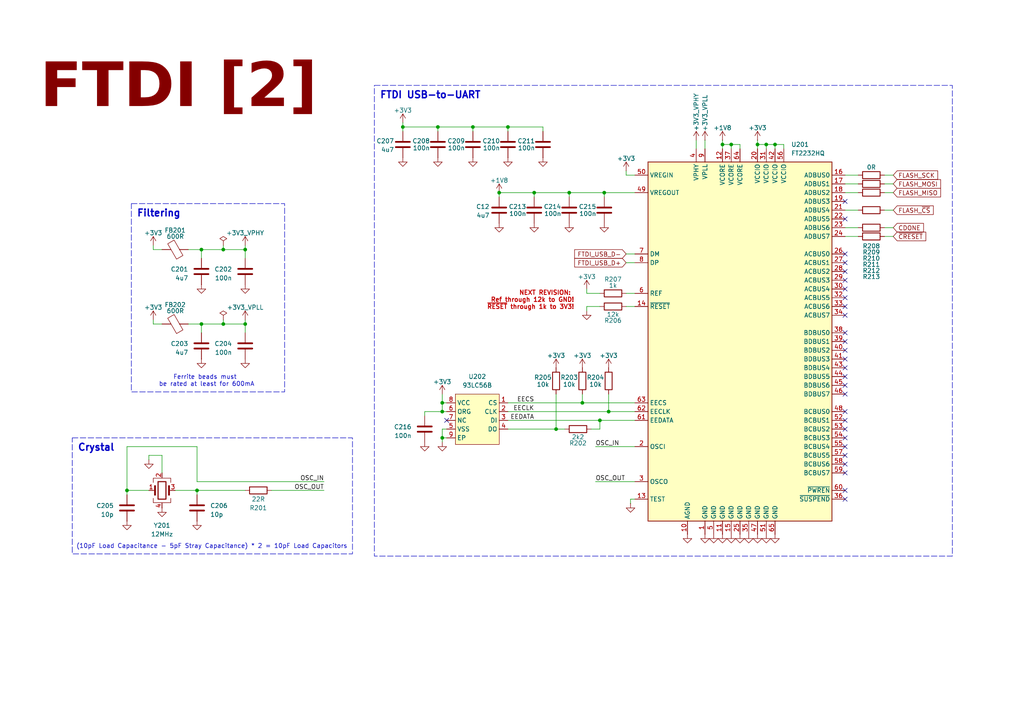
<source format=kicad_sch>
(kicad_sch (version 20250114) (generator "eeschema") (generator_version "9.0")
  (paper "A4")
  (title_block (title "FTDI") (date "2025-12-13") (rev "1.0") (company "Czech Technical University in Prague"))
  (lib_symbols
    (symbol "Custom_VoxLink_Symbols:93LC56B"
      (property "Reference" "U" (at 0 9.652 0))
      (property "Value" "93LC56B" (at 0 7.62 0))
      (symbol "93LC56B_1_1"
        (rectangle (start -6.35 6.35) (end 6.35 -8.255) (fill (type background)))
        (pin power_in line (at -8.89 3.81 0) (length 2.54) (name "VCC") (number "8"))
        (pin input line (at -8.89 1.27 0) (length 2.54) (name "ORG") (number "6"))
        (pin passive line (at -8.89 -1.27 0) (length 2.54) (name "NC") (number "7"))
        (pin power_in line (at -8.89 -3.81 0) (length 2.54) (name "VSS") (number "5"))
        (pin passive line (at -8.89 -6.35 0) (length 2.54) (name "EP") (number "9"))
        (pin input line (at 8.89 3.81 180) (length 2.54) (name "CS") (number "1"))
        (pin input line (at 8.89 1.27 180) (length 2.54) (name "CLK") (number "2"))
        (pin input line (at 8.89 -1.27 180) (length 2.54) (name "DI") (number "3"))
        (pin output line (at 8.89 -3.81 180) (length 2.54) (name "DO") (number "4"))
      )
    )
    (symbol "Device:C" (pin_numbers (hide yes)) (pin_names (offset 0.254))
      (property "Reference" "C" (at 0.635 2.54 0))
      (property "Value" "C" (at 0.635 -2.54 0))
      (symbol "C_0_1"
        (polyline (pts (xy -2.032 0.762) (xy 2.032 0.762)) (stroke (width 0.508)))
        (polyline (pts (xy -2.032 -0.762) (xy 2.032 -0.762)) (stroke (width 0.508)))
      )
      (symbol "C_1_1"
        (pin passive line (at 0 3.81 270) (length 2.794) (name "~") (number "1"))
        (pin passive line (at 0 -3.81 90) (length 2.794) (name "~") (number "2"))
      )
    )
    (symbol "Device:Crystal_GND24" (pin_names (offset 1.016) (hide yes))
      (property "Reference" "Y" (at 3.175 5.08 0))
      (property "Value" "Crystal_GND24" (at 3.175 3.175 0))
      (symbol "Crystal_GND24_0_1"
        (polyline (pts (xy -2.54 2.286) (xy -2.54 3.556) (xy 2.54 3.556) (xy 2.54 2.286)))
        (polyline (pts (xy -2.54 0) (xy -2.032 0)))
        (polyline (pts (xy -2.54 -2.286) (xy -2.54 -3.556) (xy 2.54 -3.556) (xy 2.54 -2.286)))
        (polyline (pts (xy -2.032 -1.27) (xy -2.032 1.27)) (stroke (width 0.508)))
        (rectangle (start -1.143 2.54) (end 1.143 -2.54) (stroke (width 0.3048)))
        (polyline (pts (xy 0 3.556) (xy 0 3.81)))
        (polyline (pts (xy 0 -3.81) (xy 0 -3.556)))
        (polyline (pts (xy 2.032 0) (xy 2.54 0)))
        (polyline (pts (xy 2.032 -1.27) (xy 2.032 1.27)) (stroke (width 0.508)))
      )
      (symbol "Crystal_GND24_1_1"
        (pin passive line (at -3.81 0 0) (length 1.27) (name "1") (number "1"))
        (pin passive line (at 0 5.08 270) (length 1.27) (name "2") (number "2"))
        (pin passive line (at 0 -5.08 90) (length 1.27) (name "4") (number "4"))
        (pin passive line (at 3.81 0 180) (length 1.27) (name "3") (number "3"))
      )
    )
    (symbol "Device:FerriteBead" (pin_numbers (hide yes)) (pin_names (offset 0))
      (property "Reference" "FB" (at -3.81 0.635 90))
      (property "Value" "FerriteBead" (at 3.81 0 90))
      (symbol "FerriteBead_0_1"
        (polyline (pts (xy -2.7686 0.4064) (xy -1.7018 2.2606) (xy 2.7686 -0.3048) (xy 1.6764 -2.159) (xy -2.7686 0.4064)))
        (polyline (pts (xy 0 1.27) (xy 0 1.2954)))
        (polyline (pts (xy 0 -1.27) (xy 0 -1.2192)))
      )
      (symbol "FerriteBead_1_1"
        (pin passive line (at 0 3.81 270) (length 2.54) (name "~") (number "1"))
        (pin passive line (at 0 -3.81 90) (length 2.54) (name "~") (number "2"))
      )
    )
    (symbol "Device:R" (pin_numbers (hide yes)) (pin_names (offset 0))
      (property "Reference" "R" (at 2.032 0 90))
      (property "Value" "R" (at 0 0 90))
      (symbol "R_0_1"
        (rectangle (start -1.016 -2.54) (end 1.016 2.54) (stroke (width 0.254)))
      )
      (symbol "R_1_1"
        (pin passive line (at 0 3.81 270) (length 1.27) (name "~") (number "1"))
        (pin passive line (at 0 -3.81 90) (length 1.27) (name "~") (number "2"))
      )
    )
    (symbol "Interface_USB:FT2232HQ"
      (property "Reference" "U201" (at 14.8433 57.15 0))
      (property "Value" "FT2232HQ" (at 14.8433 54.61 0))
      (symbol "FT2232HQ_0_1"
        (rectangle (start -26.67 -52.07) (end 26.67 52.07) (stroke (width 0.254)) (fill (type background)))
      )
      (symbol "FT2232HQ_1_1"
        (pin power_in line (at -30.48 48.26 0) (length 3.81) (name "VREGIN") (number "50"))
        (pin power_out line (at -30.48 43.18 0) (length 3.81) (name "VREGOUT") (number "49"))
        (pin bidirectional line (at -30.48 25.4 0) (length 3.81) (name "DM") (number "7"))
        (pin bidirectional line (at -30.48 22.86 0) (length 3.81) (name "DP") (number "8"))
        (pin output line (at -30.48 13.97 0) (length 3.81) (name "REF") (number "6"))
        (pin input line (at -30.48 10.16 0) (length 3.81) (name "~{RESET}") (number "14"))
        (pin output line (at -30.48 -17.78 0) (length 3.81) (name "EECS") (number "63"))
        (pin output line (at -30.48 -20.32 0) (length 3.81) (name "EECLK") (number "62"))
        (pin bidirectional line (at -30.48 -22.86 0) (length 3.81) (name "EEDATA") (number "61"))
        (pin input line (at -30.48 -30.48 0) (length 3.81) (name "OSCI") (number "2"))
        (pin output line (at -30.48 -40.64 0) (length 3.81) (name "OSCO") (number "3"))
        (pin input line (at -30.48 -45.72 0) (length 3.81) (name "TEST") (number "13"))
        (pin power_in line (at -15.24 -55.88 90) (length 3.81) (name "AGND") (number "10"))
        (pin power_in line (at -12.7 55.88 270) (length 3.81) (name "VPHY") (number "4"))
        (pin input line (at -10.16 55.88 270) (length 3.81) (name "VPLL") (number "9"))
        (pin power_in line (at -10.16 -55.88 90) (length 3.81) (name "GND") (number "1"))
        (pin power_in line (at -7.62 -55.88 90) (length 3.81) (name "GND") (number "5"))
        (pin power_in line (at -5.08 55.88 270) (length 3.81) (name "VCORE") (number "12"))
        (pin power_in line (at -5.08 -55.88 90) (length 3.81) (name "GND") (number "11"))
        (pin power_in line (at -2.54 55.88 270) (length 3.81) (name "VCORE") (number "37"))
        (pin power_in line (at -2.54 -55.88 90) (length 3.81) (name "GND") (number "15"))
        (pin power_in line (at 0 55.88 270) (length 3.81) (name "VCORE") (number "64"))
        (pin power_in line (at 0 -55.88 90) (length 3.81) (name "GND") (number "25"))
        (pin power_in line (at 2.54 -55.88 90) (length 3.81) (name "GND") (number "35"))
        (pin power_in line (at 5.08 55.88 270) (length 3.81) (name "VCCIO") (number "20"))
        (pin power_in line (at 5.08 -55.88 90) (length 3.81) (name "GND") (number "47"))
        (pin power_in line (at 7.62 55.88 270) (length 3.81) (name "VCCIO") (number "31"))
        (pin power_in line (at 7.62 -55.88 90) (length 3.81) (name "GND") (number "51"))
        (pin power_in line (at 10.16 55.88 270) (length 3.81) (name "VCCIO") (number "42"))
        (pin power_in line (at 10.16 -55.88 90) (length 3.81) (name "GND") (number "65"))
        (pin power_in line (at 12.7 55.88 270) (length 3.81) (name "VCCIO") (number "56"))
        (pin bidirectional line (at 30.48 48.26 180) (length 3.81) (name "ADBUS0") (number "16"))
        (pin bidirectional line (at 30.48 45.72 180) (length 3.81) (name "ADBUS1") (number "17"))
        (pin bidirectional line (at 30.48 43.18 180) (length 3.81) (name "ADBUS2") (number "18"))
        (pin bidirectional line (at 30.48 40.64 180) (length 3.81) (name "ADBUS3") (number "19"))
        (pin bidirectional line (at 30.48 38.1 180) (length 3.81) (name "ADBUS4") (number "21"))
        (pin bidirectional line (at 30.48 35.56 180) (length 3.81) (name "ADBUS5") (number "22"))
        (pin bidirectional line (at 30.48 33.02 180) (length 3.81) (name "ADBUS6") (number "23"))
        (pin bidirectional line (at 30.48 30.48 180) (length 3.81) (name "ADBUS7") (number "24"))
        (pin bidirectional line (at 30.48 25.4 180) (length 3.81) (name "ACBUS0") (number "26"))
        (pin bidirectional line (at 30.48 22.86 180) (length 3.81) (name "ACBUS1") (number "27"))
        (pin bidirectional line (at 30.48 20.32 180) (length 3.81) (name "ACBUS2") (number "28"))
        (pin bidirectional line (at 30.48 17.78 180) (length 3.81) (name "ACBUS3") (number "29"))
        (pin bidirectional line (at 30.48 15.24 180) (length 3.81) (name "ACBUS4") (number "30"))
        (pin bidirectional line (at 30.48 12.7 180) (length 3.81) (name "ACBUS5") (number "32"))
        (pin bidirectional line (at 30.48 10.16 180) (length 3.81) (name "ACBUS6") (number "33"))
        (pin bidirectional line (at 30.48 7.62 180) (length 3.81) (name "ACBUS7") (number "34"))
        (pin bidirectional line (at 30.48 2.54 180) (length 3.81) (name "BDBUS0") (number "38"))
        (pin bidirectional line (at 30.48 0 180) (length 3.81) (name "BDBUS1") (number "39"))
        (pin bidirectional line (at 30.48 -2.54 180) (length 3.81) (name "BDBUS2") (number "40"))
        (pin bidirectional line (at 30.48 -5.08 180) (length 3.81) (name "BDBUS3") (number "41"))
        (pin bidirectional line (at 30.48 -7.62 180) (length 3.81) (name "BDBUS4") (number "43"))
        (pin bidirectional line (at 30.48 -10.16 180) (length 3.81) (name "BDBUS5") (number "44"))
        (pin bidirectional line (at 30.48 -12.7 180) (length 3.81) (name "BDBUS6") (number "45"))
        (pin bidirectional line (at 30.48 -15.24 180) (length 3.81) (name "BDBUS7") (number "46"))
        (pin bidirectional line (at 30.48 -20.32 180) (length 3.81) (name "BCBUS0") (number "48"))
        (pin bidirectional line (at 30.48 -22.86 180) (length 3.81) (name "BCBUS1") (number "52"))
        (pin bidirectional line (at 30.48 -25.4 180) (length 3.81) (name "BCBUS2") (number "53"))
        (pin bidirectional line (at 30.48 -27.94 180) (length 3.81) (name "BCBUS3") (number "54"))
        (pin bidirectional line (at 30.48 -30.48 180) (length 3.81) (name "BCBUS4") (number "55"))
        (pin bidirectional line (at 30.48 -33.02 180) (length 3.81) (name "BCBUS5") (number "57"))
        (pin bidirectional line (at 30.48 -35.56 180) (length 3.81) (name "BCBUS6") (number "58"))
        (pin bidirectional line (at 30.48 -38.1 180) (length 3.81) (name "BCBUS7") (number "59"))
        (pin output line (at 30.48 -43.18 180) (length 3.81) (name "~{PWREN}") (number "60"))
        (pin output line (at 30.48 -45.72 180) (length 3.81) (name "~{SUSPEND}") (number "36"))
      )
    )
    (symbol "power:+1V8" (power) (pin_numbers (hide yes)) (pin_names (offset 0) (hide yes))
      (property "Value" "+1V8" (at 0 3.556 0))
      (symbol "+1V8_0_1"
        (polyline (pts (xy -0.762 1.27) (xy 0 2.54)))
        (polyline (pts (xy 0 2.54) (xy 0.762 1.27)))
        (polyline (pts (xy 0 0) (xy 0 2.54)))
      )
      (symbol "+1V8_1_1"
        (pin power_in line (at 0 0 90) (length 0) (name "~") (number "1"))
      )
    )
    (symbol "power:+3V3" (power) (pin_numbers (hide yes)) (pin_names (offset 0) (hide yes))
      (property "Value" "+3V3" (at 0 3.556 0))
      (symbol "+3V3_0_1"
        (polyline (pts (xy -0.762 1.27) (xy 0 2.54)))
        (polyline (pts (xy 0 2.54) (xy 0.762 1.27)))
        (polyline (pts (xy 0 0) (xy 0 2.54)))
      )
      (symbol "+3V3_1_1"
        (pin power_in line (at 0 0 90) (length 0) (name "~") (number "1"))
      )
    )
    (symbol "power:GND" (power) (pin_numbers (hide yes)) (pin_names (offset 0) (hide yes))
      (property "Value" "GND" (at 0 -3.81 0))
      (symbol "GND_0_1"
        (polyline (pts (xy 0 0) (xy 0 -1.27) (xy 1.27 -1.27) (xy 0 -2.54) (xy -1.27 -1.27) (xy 0 -1.27)))
      )
      (symbol "GND_1_1"
        (pin power_in line (at 0 0 270) (length 0) (name "~") (number "1"))
      )
    )
    (symbol "power:PWR_FLAG" (power) (pin_numbers (hide yes)) (pin_names (offset 0) (hide yes))
      (property "Value" "PWR_FLAG" (at 0 3.81 0))
      (symbol "PWR_FLAG_0_0"
        (pin power_out line (at 0 0 90) (length 0) (name "~") (number "1"))
      )
      (symbol "PWR_FLAG_0_1"
        (polyline (pts (xy 0 0) (xy 0 1.27) (xy -1.016 1.905) (xy 0 2.54) (xy 1.016 1.905) (xy 0 1.27)))
      )
    )
  )
  (text "NEXT REVISION: \nRef through 12k to GND!\n~{RESET} through 1k to 3V3!" (at 166.624 87.122 0) (effects (font (size 1.27 1.27) (thickness 0.254) (bold yes)) (justify right)))
  (text "(10pF Load Capacitance - 5pF Stray Capacitance) * 2 = 10pF Load Capacitors" (at 22.098 159.258 0) (effects (font (size 1.27 1.27)) (justify left bottom)))
  (text "FTDI [2]" (at 51.816 28.956 0) (effects (font (size 12.7 12.7) (thickness 0.762) (bold yes))))
  (text "Ferrite beads must \nbe rated at least for 600mA" (at 59.944 110.49 0) (effects (font (size 1.27 1.27))))
  (text_box "Crystal" (at 20.955 127 0) (size 81.28 33.655) (margins 1.5 1.5 1.5 1.5) (stroke (width 0) (type dash)) (effects (font (size 2 2) (thickness 0.4) (bold yes)) (justify left top)))
  (text_box "Filtering" (at 38.1 59.055 0) (size 44.45 54.61) (margins 1.5 1.5 1.5 1.5) (stroke (width 0) (type dash)) (effects (font (size 2 2) (thickness 0.4) (bold yes)) (justify left top)))
  (text_box "FTDI USB-to-UART" (at 108.585 24.765 0) (size 167.64 136.525) (margins 1.5 1.5 1.5 1.5) (stroke (width 0) (type dash)) (effects (font (size 2 2) (thickness 0.4) (bold yes)) (justify left top)))
  (junction (at 57.15 142.24))
  (junction (at 168.91 116.84))
  (junction (at 128.27 127))
  (junction (at 116.84 36.83))
  (junction (at 128.27 119.38))
  (junction (at 165.1 55.88))
  (junction (at 64.77 72.39))
  (junction (at 154.94 55.88))
  (junction (at 127 36.83))
  (junction (at 147.32 36.83))
  (junction (at 71.12 93.98))
  (junction (at 144.78 55.88))
  (junction (at 161.29 124.46))
  (junction (at 58.42 72.39))
  (junction (at 71.12 72.39))
  (junction (at 137.16 36.83))
  (junction (at 209.55 41.91))
  (junction (at 175.26 55.88))
  (junction (at 222.25 41.91))
  (junction (at 64.77 93.98))
  (junction (at 36.83 142.24))
  (junction (at 128.27 116.84))
  (junction (at 173.99 121.92))
  (junction (at 176.53 119.38))
  (junction (at 219.71 41.91))
  (junction (at 224.79 41.91))
  (junction (at 58.42 93.98))
  (junction (at 212.09 41.91))
  (no_connect (at 245.11 78.74))
  (no_connect (at 245.11 106.68))
  (no_connect (at 245.11 81.28))
  (no_connect (at 245.11 58.42))
  (no_connect (at 245.11 124.46))
  (no_connect (at 245.11 76.2))
  (no_connect (at 245.11 96.52))
  (no_connect (at 245.11 127))
  (no_connect (at 245.11 91.44))
  (no_connect (at 245.11 104.14))
  (no_connect (at 245.11 119.38))
  (no_connect (at 245.11 86.36))
  (no_connect (at 245.11 73.66))
  (no_connect (at 245.11 114.3))
  (no_connect (at 245.11 129.54))
  (no_connect (at 245.11 88.9))
  (no_connect (at 245.11 101.6))
  (no_connect (at 245.11 111.76))
  (no_connect (at 245.11 142.24))
  (no_connect (at 129.54 121.92))
  (no_connect (at 245.11 137.16))
  (no_connect (at 245.11 144.78))
  (no_connect (at 245.11 121.92))
  (no_connect (at 245.11 99.06))
  (no_connect (at 245.11 132.08))
  (no_connect (at 245.11 109.22))
  (no_connect (at 245.11 83.82))
  (no_connect (at 245.11 63.5))
  (no_connect (at 245.11 134.62))
  (wire (pts (xy 172.72 129.54) (xy 184.15 129.54)))
  (wire (pts (xy 116.84 36.83) (xy 116.84 38.1)))
  (wire (pts (xy 129.54 119.38) (xy 128.27 119.38)))
  (wire (pts (xy 219.71 41.91) (xy 222.25 41.91)))
  (wire (pts (xy 50.8 142.24) (xy 57.15 142.24)))
  (wire (pts (xy 58.42 72.39) (xy 58.42 74.93)))
  (wire (pts (xy 172.72 139.7) (xy 184.15 139.7)))
  (wire (pts (xy 181.61 85.09) (xy 184.15 85.09)))
  (wire (pts (xy 44.45 93.98) (xy 46.99 93.98)))
  (wire (pts (xy 245.11 60.96) (xy 248.92 60.96)))
  (wire (pts (xy 245.11 66.04) (xy 248.92 66.04)))
  (wire (pts (xy 147.32 119.38) (xy 176.53 119.38)))
  (wire (pts (xy 64.77 92.71) (xy 64.77 93.98)))
  (wire (pts (xy 165.1 55.88) (xy 165.1 57.15)))
  (wire (pts (xy 57.15 142.24) (xy 57.15 143.51)))
  (wire (pts (xy 147.32 36.83) (xy 157.48 36.83)))
  (wire (pts (xy 43.18 132.08) (xy 43.18 133.35)))
  (wire (pts (xy 46.99 132.08) (xy 43.18 132.08)))
  (wire (pts (xy 209.55 41.91) (xy 212.09 41.91)))
  (wire (pts (xy 137.16 36.83) (xy 147.32 36.83)))
  (wire (pts (xy 147.32 36.83) (xy 147.32 38.1)))
  (wire (pts (xy 227.33 43.18) (xy 227.33 41.91)))
  (wire (pts (xy 147.32 124.46) (xy 161.29 124.46)))
  (wire (pts (xy 128.27 119.38) (xy 128.27 116.84)))
  (wire (pts (xy 128.27 127) (xy 129.54 127)))
  (wire (pts (xy 184.15 144.78) (xy 182.88 144.78)))
  (wire (pts (xy 219.71 41.91) (xy 219.71 43.18)))
  (wire (pts (xy 58.42 93.98) (xy 58.42 96.52)))
  (wire (pts (xy 256.54 66.04) (xy 259.08 66.04)))
  (wire (pts (xy 161.29 114.3) (xy 161.29 124.46)))
  (wire (pts (xy 222.25 43.18) (xy 222.25 41.91)))
  (wire (pts (xy 58.42 72.39) (xy 64.77 72.39)))
  (wire (pts (xy 64.77 72.39) (xy 71.12 72.39)))
  (wire (pts (xy 116.84 36.83) (xy 127 36.83)))
  (wire (pts (xy 36.83 129.54) (xy 36.83 142.24)))
  (wire (pts (xy 212.09 41.91) (xy 212.09 43.18)))
  (wire (pts (xy 44.45 72.39) (xy 46.99 72.39)))
  (wire (pts (xy 256.54 68.58) (xy 259.08 68.58)))
  (wire (pts (xy 54.61 93.98) (xy 58.42 93.98)))
  (wire (pts (xy 44.45 72.39) (xy 44.45 71.12)))
  (wire (pts (xy 57.15 139.7) (xy 57.15 129.54)))
  (wire (pts (xy 144.78 55.88) (xy 144.78 57.15)))
  (wire (pts (xy 123.19 119.38) (xy 128.27 119.38)))
  (wire (pts (xy 157.48 36.83) (xy 157.48 38.1)))
  (wire (pts (xy 170.18 83.82) (xy 170.18 85.09)))
  (wire (pts (xy 181.61 73.66) (xy 184.15 73.66)))
  (wire (pts (xy 256.54 60.96) (xy 259.08 60.96)))
  (wire (pts (xy 78.74 142.24) (xy 93.98 142.24)))
  (wire (pts (xy 173.99 124.46) (xy 173.99 121.92)))
  (wire (pts (xy 36.83 142.24) (xy 36.83 143.51)))
  (wire (pts (xy 204.47 40.64) (xy 204.47 43.18)))
  (wire (pts (xy 116.84 35.56) (xy 116.84 36.83)))
  (wire (pts (xy 44.45 93.98) (xy 44.45 92.71)))
  (wire (pts (xy 173.99 88.9) (xy 170.18 88.9)))
  (wire (pts (xy 170.18 88.9) (xy 170.18 90.17)))
  (wire (pts (xy 175.26 55.88) (xy 175.26 57.15)))
  (wire (pts (xy 219.71 40.64) (xy 219.71 41.91)))
  (wire (pts (xy 170.18 85.09) (xy 173.99 85.09)))
  (wire (pts (xy 245.11 53.34) (xy 248.92 53.34)))
  (wire (pts (xy 128.27 124.46) (xy 129.54 124.46)))
  (wire (pts (xy 168.91 116.84) (xy 184.15 116.84)))
  (wire (pts (xy 71.12 72.39) (xy 71.12 74.93)))
  (wire (pts (xy 71.12 93.98) (xy 71.12 96.52)))
  (wire (pts (xy 224.79 43.18) (xy 224.79 41.91)))
  (wire (pts (xy 127 36.83) (xy 137.16 36.83)))
  (wire (pts (xy 71.12 71.12) (xy 71.12 72.39)))
  (wire (pts (xy 212.09 41.91) (xy 214.63 41.91)))
  (wire (pts (xy 176.53 119.38) (xy 184.15 119.38)))
  (wire (pts (xy 256.54 55.88) (xy 259.08 55.88)))
  (wire (pts (xy 57.15 129.54) (xy 36.83 129.54)))
  (wire (pts (xy 128.27 127) (xy 128.27 124.46)))
  (wire (pts (xy 128.27 116.84) (xy 129.54 116.84)))
  (wire (pts (xy 147.32 116.84) (xy 168.91 116.84)))
  (wire (pts (xy 181.61 50.8) (xy 184.15 50.8)))
  (wire (pts (xy 245.11 68.58) (xy 248.92 68.58)))
  (wire (pts (xy 127 38.1) (xy 127 36.83)))
  (wire (pts (xy 144.78 55.88) (xy 154.94 55.88)))
  (wire (pts (xy 209.55 41.91) (xy 209.55 43.18)))
  (wire (pts (xy 46.99 137.16) (xy 46.99 132.08)))
  (wire (pts (xy 64.77 93.98) (xy 71.12 93.98)))
  (wire (pts (xy 64.77 71.12) (xy 64.77 72.39)))
  (wire (pts (xy 224.79 41.91) (xy 222.25 41.91)))
  (wire (pts (xy 173.99 121.92) (xy 184.15 121.92)))
  (wire (pts (xy 123.19 119.38) (xy 123.19 120.65)))
  (wire (pts (xy 175.26 55.88) (xy 184.15 55.88)))
  (wire (pts (xy 201.93 40.64) (xy 201.93 43.18)))
  (wire (pts (xy 171.45 124.46) (xy 173.99 124.46)))
  (wire (pts (xy 154.94 55.88) (xy 165.1 55.88)))
  (wire (pts (xy 181.61 88.9) (xy 184.15 88.9)))
  (wire (pts (xy 181.61 49.53) (xy 181.61 50.8)))
  (wire (pts (xy 181.61 76.2) (xy 184.15 76.2)))
  (wire (pts (xy 43.18 142.24) (xy 36.83 142.24)))
  (wire (pts (xy 245.11 50.8) (xy 248.92 50.8)))
  (wire (pts (xy 245.11 55.88) (xy 248.92 55.88)))
  (wire (pts (xy 182.88 144.78) (xy 182.88 146.05)))
  (wire (pts (xy 161.29 124.46) (xy 163.83 124.46)))
  (wire (pts (xy 71.12 142.24) (xy 57.15 142.24)))
  (wire (pts (xy 57.15 139.7) (xy 93.98 139.7)))
  (wire (pts (xy 137.16 36.83) (xy 137.16 38.1)))
  (wire (pts (xy 165.1 55.88) (xy 175.26 55.88)))
  (wire (pts (xy 154.94 55.88) (xy 154.94 57.15)))
  (wire (pts (xy 128.27 114.3) (xy 128.27 116.84)))
  (wire (pts (xy 168.91 114.3) (xy 168.91 116.84)))
  (wire (pts (xy 214.63 43.18) (xy 214.63 41.91)))
  (wire (pts (xy 256.54 53.34) (xy 259.08 53.34)))
  (wire (pts (xy 256.54 50.8) (xy 259.08 50.8)))
  (wire (pts (xy 54.61 72.39) (xy 58.42 72.39)))
  (wire (pts (xy 209.55 40.64) (xy 209.55 41.91)))
  (wire (pts (xy 58.42 93.98) (xy 64.77 93.98)))
  (wire (pts (xy 71.12 92.71) (xy 71.12 93.98)))
  (wire (pts (xy 147.32 121.92) (xy 173.99 121.92)))
  (wire (pts (xy 176.53 114.3) (xy 176.53 119.38)))
  (wire (pts (xy 128.27 128.27) (xy 128.27 127)))
  (wire (pts (xy 227.33 41.91) (xy 224.79 41.91)))
  (label "OSC_OUT" (at 93.98 142.24 180))
  (label "EECLK" (at 154.94 119.38 180))
  (label "OSC_OUT" (at 172.72 139.7 0))
  (label "OSC_IN" (at 93.98 139.7 180))
  (label "EECS" (at 154.94 116.84 180))
  (label "OSC_IN" (at 172.72 129.54 0))
  (label "EEDATA" (at 154.94 121.92 180))
  (global_label "FTDI_USB_D-" (shape input) (at 181.61 73.66 180) (property "Intersheetrefs" "${INTERSHEET_REFS}" (effects (hide yes))))
  (global_label "FLASH_MISO" (shape input) (at 259.08 55.88 0) (property "Intersheetrefs" "${INTERSHEET_REFS}" (effects (hide yes))))
  (global_label "FTDI_USB_D+" (shape input) (at 181.61 76.2 180) (property "Intersheetrefs" "${INTERSHEET_REFS}" (effects (hide yes))))
  (global_label "CDONE" (shape input) (at 259.08 66.04 0) (property "Intersheetrefs" "${INTERSHEET_REFS}" (effects (hide yes))))
  (global_label "~{CRESET}" (shape input) (at 259.08 68.58 0) (property "Intersheetrefs" "${INTERSHEET_REFS}" (effects (hide yes))))
  (global_label "FLASH_MOSI" (shape input) (at 259.08 53.34 0) (property "Intersheetrefs" "${INTERSHEET_REFS}" (effects (hide yes))))
  (global_label "FLASH_~{CS}" (shape input) (at 259.08 60.96 0) (property "Intersheetrefs" "${INTERSHEET_REFS}" (effects (hide yes))))
  (global_label "FLASH_SCK" (shape input) (at 259.08 50.8 0) (property "Intersheetrefs" "${INTERSHEET_REFS}" (effects (hide yes))))
  (symbol (lib_id "power:GND") (at 43.18 133.35 0) (unit 1)
    (property "Reference" "#PWR054" (effects (hide yes)))
    (property "Value" "GND" (effects (hide yes)))
  )
  (symbol (lib_id "power:GND") (at 157.48 45.72 0) (mirror y) (unit 1)
    (property "Reference" "#PWR015" (effects (hide yes)))
    (property "Value" "GND" (effects (hide yes)))
  )
  (symbol (lib_id "power:GND") (at 209.55 154.94 0) (mirror y) (unit 1)
    (property "Reference" "#PWR092" (effects (hide yes)))
    (property "Value" "GND" (effects (hide yes)))
  )
  (symbol (lib_id "power:+3V3") (at 219.71 40.64 0) (unit 1)
    (property "Reference" "#PWR061" (effects (hide yes)))
    (property "Value" "+3V3" (at 219.71 37.084 0))
    (property "Description" "Power symbol creates a global label with name \"+3V3\"" (effects (hide yes)))
  )
  (symbol (lib_id "power:+1V8") (at 204.47 40.64 0) (unit 1)
    (property "Reference" "#PWR059" (effects (hide yes)))
    (property "Value" "+3V3_VPLL" (at 204.47 32.766 90))
    (property "Description" "Power symbol creates a global label with name \"+1V8\"" (effects (hide yes)))
  )
  (symbol (lib_id "Device:C") (at 116.84 41.91 0) (mirror y) (unit 1)
    (property "Reference" "C207" (at 114.3 40.894 0) (effects (justify left)))
    (property "Value" "4u7" (at 114.3 43.434 0) (effects (justify left)))
    (property "Footprint" "Capacitor_SMD:C_0402_1005Metric" (effects (hide yes)))
    (property "Datasheet" "https://www.mouser.sk/ProductDetail/81-GCM155R71H104KE2J" (effects (hide yes)))
  )
  (symbol (lib_id "power:GND") (at 71.12 82.55 0) (mirror y) (unit 1)
    (property "Reference" "#PWR069" (effects (hide yes)))
    (property "Value" "GND" (effects (hide yes)))
  )
  (symbol (lib_id "Device:FerriteBead") (at 50.8 93.98 270) (mirror x) (unit 1)
    (property "Reference" "FB202" (at 50.8 88.392 90))
    (property "Value" "600R" (at 50.8508 90.17 90))
    (property "Footprint" "Inductor_SMD:L_0402_1005Metric" (effects (hide yes)))
    (property "Datasheet" "https://www.mouser.sk/ProductDetail/Murata-Electronics/BLM15PX601SN1D?qs=sGAEpiMZZMt1hubY80%2Fs8DU70LZAMVg8Qg2Rdjo%252BhcA%3D" (effects (hide yes)))
  )
  (symbol (lib_id "power:GND") (at 217.17 154.94 0) (mirror y) (unit 1)
    (property "Reference" "#PWR095" (effects (hide yes)))
    (property "Value" "GND" (effects (hide yes)))
  )
  (symbol (lib_id "power:PWR_FLAG") (at 64.77 71.12 0) (unit 1)
    (property "Reference" "#FLG01" (effects (hide yes)))
    (property "Value" "PWR_FLAG" (effects (hide yes)))
    (property "Description" "Special symbol for telling ERC where power comes from" (effects (hide yes)))
  )
  (symbol (lib_id "power:+3V3") (at 168.91 106.68 0) (unit 1)
    (property "Reference" "#PWR078" (effects (hide yes)))
    (property "Value" "+3V3" (at 168.91 103.124 0))
    (property "Description" "Power symbol creates a global label with name \"+3V3\"" (effects (hide yes)))
  )
  (symbol (lib_id "power:+1V8") (at 71.12 71.12 0) (unit 1)
    (property "Reference" "#PWR065" (effects (hide yes)))
    (property "Value" "+3V3_VPHY" (at 71.12 67.564 0))
    (property "Description" "Power symbol creates a global label with name \"+1V8\"" (effects (hide yes)))
  )
  (symbol (lib_id "power:GND") (at 204.47 154.94 0) (mirror y) (unit 1)
    (property "Reference" "#PWR090" (effects (hide yes)))
    (property "Value" "GND" (effects (hide yes)))
  )
  (symbol (lib_id "power:GND") (at 127 45.72 0) (mirror y) (unit 1)
    (property "Reference" "#PWR012" (effects (hide yes)))
    (property "Value" "GND" (effects (hide yes)))
  )
  (symbol (lib_id "Device:C") (at 71.12 78.74 0) (mirror y) (unit 1)
    (property "Reference" "C202" (at 67.31 78.105 0) (effects (justify left)))
    (property "Value" "100n" (at 67.31 80.645 0) (effects (justify left)))
    (property "Footprint" "Capacitor_SMD:C_0402_1005Metric" (effects (hide yes)))
    (property "Datasheet" "https://www.mouser.sk/ProductDetail/81-GCM155R71H104KE2J" (effects (hide yes)))
  )
  (symbol (lib_id "power:+3V3") (at 170.18 83.82 0) (unit 1)
    (property "Reference" "#PWR070" (effects (hide yes)))
    (property "Value" "+3V3" (at 170.18 80.264 0))
    (property "Description" "Power symbol creates a global label with name \"+3V3\"" (effects (hide yes)))
  )
  (symbol (lib_id "Device:R") (at 176.53 110.49 180) (unit 1)
    (property "Reference" "R204" (at 172.72 109.474 0))
    (property "Value" "10k" (at 172.72 111.506 0))
    (property "Footprint" "Resistor_SMD:R_0402_1005Metric" (effects (hide yes)))
    (property "Datasheet" "https://eu.mouser.com/ProductDetail/Vishay/CRCW040210K0JNED?qs=sGAEpiMZZMtG0KNrPCHnjUwx9ESGNTAnnCCq9JuqlVI%3D" (effects (hide yes)))
    (property "Description" "Resistor" (effects (hide yes)))
  )
  (symbol (lib_id "Device:R") (at 252.73 55.88 90) (unit 1)
    (property "Reference" "R210" (at 252.73 74.93 90))
    (property "Value" "R" (effects (hide yes)))
    (property "Footprint" "Resistor_SMD:R_0402_1005Metric" (effects (hide yes)))
    (property "Datasheet" "https://eu.mouser.com/ProductDetail/Vishay/CRCW04020000Z0ED?qs=OlqPY1Ciranv3qgeAHCodg%3D%3D" (effects (hide yes)))
    (property "Description" "Resistor" (effects (hide yes)))
  )
  (symbol (lib_id "Device:R") (at 252.73 68.58 90) (unit 1)
    (property "Reference" "R213" (at 252.73 80.264 90))
    (property "Value" "R" (effects (hide yes)))
    (property "Footprint" "Resistor_SMD:R_0402_1005Metric" (effects (hide yes)))
    (property "Datasheet" "https://eu.mouser.com/ProductDetail/Vishay/CRCW04020000Z0ED?qs=OlqPY1Ciranv3qgeAHCodg%3D%3D" (effects (hide yes)))
    (property "Description" "Resistor" (effects (hide yes)))
  )
  (symbol (lib_id "power:GND") (at 144.78 64.77 0) (mirror y) (unit 1)
    (property "Reference" "#PWR028" (effects (hide yes)))
    (property "Value" "GND" (effects (hide yes)))
  )
  (symbol (lib_id "Device:R") (at 161.29 110.49 180) (unit 1)
    (property "Reference" "R205" (at 157.48 109.474 0))
    (property "Value" "10k" (at 157.48 111.506 0))
    (property "Footprint" "Resistor_SMD:R_0402_1005Metric" (effects (hide yes)))
    (property "Datasheet" "https://eu.mouser.com/ProductDetail/Vishay/CRCW040210K0JNED?qs=sGAEpiMZZMtG0KNrPCHnjUwx9ESGNTAnnCCq9JuqlVI%3D" (effects (hide yes)))
    (property "Description" "Resistor" (effects (hide yes)))
  )
  (symbol (lib_id "power:GND") (at 147.32 45.72 0) (mirror y) (unit 1)
    (property "Reference" "#PWR014" (effects (hide yes)))
    (property "Value" "GND" (effects (hide yes)))
  )
  (symbol (lib_id "Interface_USB:FT2232HQ") (at 214.63 99.06 0) (unit 1)
    (property "Reference" "U201" (at 229.4733 41.91 0) (effects (justify left)))
    (property "Value" "FT2232HQ" (at 229.4733 44.45 0) (effects (justify left)))
    (property "Footprint" "Package_DFN_QFN:QFN-64-1EP_9x9mm_P0.5mm_EP4.35x4.35mm" (effects (hide yes)))
    (property "Datasheet" "https://www.ftdichip.com/Support/Documents/DataSheets/ICs/DS_FT2232H.pdf" (effects (hide yes)))
    (property "Description" "Hi Speed Double Channel USB UART/FIFO, QFN-64" (effects (hide yes)))
  )
  (symbol (lib_id "power:PWR_FLAG") (at 64.77 92.71 0) (unit 1)
    (property "Reference" "#FLG02" (effects (hide yes)))
    (property "Value" "PWR_FLAG" (effects (hide yes)))
    (property "Description" "Special symbol for telling ERC where power comes from" (effects (hide yes)))
  )
  (symbol (lib_id "power:+3V3") (at 176.53 106.68 0) (unit 1)
    (property "Reference" "#PWR079" (effects (hide yes)))
    (property "Value" "+3V3" (at 176.53 103.124 0))
    (property "Description" "Power symbol creates a global label with name \"+3V3\"" (effects (hide yes)))
  )
  (symbol (lib_id "power:+3V3") (at 44.45 92.71 0) (unit 1)
    (property "Reference" "#PWR071" (effects (hide yes)))
    (property "Value" "+3V3" (at 44.45 89.154 0))
    (property "Description" "Power symbol creates a global label with name \"+3V3\"" (effects (hide yes)))
  )
  (symbol (lib_id "power:+1V8") (at 71.12 92.71 0) (unit 1)
    (property "Reference" "#PWR072" (effects (hide yes)))
    (property "Value" "+3V3_VPLL" (at 71.12 89.154 0))
    (property "Description" "Power symbol creates a global label with name \"+1V8\"" (effects (hide yes)))
  )
  (symbol (lib_id "power:GND") (at 212.09 154.94 0) (mirror y) (unit 1)
    (property "Reference" "#PWR093" (effects (hide yes)))
    (property "Value" "GND" (effects (hide yes)))
  )
  (symbol (lib_id "power:GND") (at 175.26 64.77 0) (mirror y) (unit 1)
    (property "Reference" "#PWR029" (effects (hide yes)))
    (property "Value" "GND" (effects (hide yes)))
  )
  (symbol (lib_id "power:GND") (at 170.18 90.17 0) (mirror y) (unit 1)
    (property "Reference" "#PWR073" (effects (hide yes)))
    (property "Value" "GND" (effects (hide yes)))
  )
  (symbol (lib_id "Device:R") (at 167.64 124.46 90) (mirror x) (unit 1)
    (property "Reference" "R202" (at 167.64 128.524 90))
    (property "Value" "2k2" (at 167.64 126.746 90))
    (property "Footprint" "Resistor_SMD:R_0402_1005Metric" (effects (hide yes)))
    (property "Datasheet" "https://eu.mouser.com/ProductDetail/Vishay/CRCW04022K20JNED?qs=hD42E%2F8yzjr994JNQ8Enjw%3D%3D" (effects (hide yes)))
    (property "Description" "Resistor" (effects (hide yes)))
  )
  (symbol (lib_id "power:GND") (at 36.83 151.13 0) (mirror y) (unit 1)
    (property "Reference" "#PWR056" (effects (hide yes)))
    (property "Value" "GND" (effects (hide yes)))
  )
  (symbol (lib_id "power:GND") (at 224.79 154.94 0) (mirror y) (unit 1)
    (property "Reference" "#PWR010" (effects (hide yes)))
    (property "Value" "GND" (effects (hide yes)))
  )
  (symbol (lib_id "Device:C") (at 123.19 124.46 0) (mirror y) (unit 1)
    (property "Reference" "C216" (at 119.38 123.825 0) (effects (justify left)))
    (property "Value" "100n" (at 119.38 126.365 0) (effects (justify left)))
    (property "Footprint" "Capacitor_SMD:C_0402_1005Metric" (effects (hide yes)))
    (property "Datasheet" "https://www.mouser.sk/ProductDetail/81-GCM155R71H104KE2J" (effects (hide yes)))
  )
  (symbol (lib_id "power:+3V3") (at 116.84 35.56 0) (unit 1)
    (property "Reference" "#PWR016" (effects (hide yes)))
    (property "Value" "+3V3" (at 116.84 32.004 0))
    (property "Description" "Power symbol creates a global label with name \"+3V3\"" (effects (hide yes)))
  )
  (symbol (lib_id "Device:C") (at 71.12 100.33 0) (mirror y) (unit 1)
    (property "Reference" "C204" (at 67.31 99.695 0) (effects (justify left)))
    (property "Value" "100n" (at 67.31 102.235 0) (effects (justify left)))
    (property "Footprint" "Capacitor_SMD:C_0402_1005Metric" (effects (hide yes)))
    (property "Datasheet" "https://www.mouser.sk/ProductDetail/81-GCM155R71H104KE2J" (effects (hide yes)))
  )
  (symbol (lib_id "power:GND") (at 199.39 154.94 0) (mirror y) (unit 1)
    (property "Reference" "#PWR089" (effects (hide yes)))
    (property "Value" "GND" (effects (hide yes)))
  )
  (symbol (lib_id "Device:C") (at 154.94 60.96 0) (mirror y) (unit 1)
    (property "Reference" "C213" (at 152.654 59.944 0) (effects (justify left)))
    (property "Value" "100n" (at 152.654 61.976 0) (effects (justify left)))
    (property "Footprint" "Capacitor_SMD:C_0402_1005Metric" (effects (hide yes)))
    (property "Datasheet" "https://www.mouser.sk/ProductDetail/81-GCM155R71H104KE2J" (effects (hide yes)))
  )
  (symbol (lib_id "power:GND") (at 219.71 154.94 0) (mirror y) (unit 1)
    (property "Reference" "#PWR096" (effects (hide yes)))
    (property "Value" "GND" (effects (hide yes)))
  )
  (symbol (lib_id "Device:C") (at 147.32 41.91 0) (mirror y) (unit 1)
    (property "Reference" "C210" (at 145.034 40.894 0) (effects (justify left)))
    (property "Value" "100n" (at 145.034 42.926 0) (effects (justify left)))
    (property "Footprint" "Capacitor_SMD:C_0402_1005Metric" (effects (hide yes)))
    (property "Datasheet" "https://www.mouser.sk/ProductDetail/81-GCM155R71H104KE2J" (effects (hide yes)))
  )
  (symbol (lib_id "power:GND") (at 71.12 104.14 0) (mirror y) (unit 1)
    (property "Reference" "#PWR077" (effects (hide yes)))
    (property "Value" "GND" (effects (hide yes)))
  )
  (symbol (lib_id "Device:C") (at 58.42 100.33 0) (mirror y) (unit 1)
    (property "Reference" "C203" (at 54.61 99.695 0) (effects (justify left)))
    (property "Value" "4u7" (at 54.61 102.235 0) (effects (justify left)))
    (property "Footprint" "Capacitor_SMD:C_0402_1005Metric" (effects (hide yes)))
    (property "Datasheet" "https://www.mouser.sk/ProductDetail/Murata-Electronics/GRM155R61A475MEAAJ?qs=qkDYIeTQ%252BEnujZmSXupPWQ%3D%3D" (effects (hide yes)))
  )
  (symbol (lib_id "Device:R") (at 252.73 60.96 90) (unit 1)
    (property "Reference" "R211" (at 252.73 76.708 90))
    (property "Value" "R" (effects (hide yes)))
    (property "Footprint" "Resistor_SMD:R_0402_1005Metric" (effects (hide yes)))
    (property "Datasheet" "https://eu.mouser.com/ProductDetail/Vishay/CRCW04020000Z0ED?qs=OlqPY1Ciranv3qgeAHCodg%3D%3D" (effects (hide yes)))
    (property "Description" "Resistor" (effects (hide yes)))
  )
  (symbol (lib_id "Device:C") (at 127 41.91 0) (mirror y) (unit 1)
    (property "Reference" "C208" (at 124.714 40.894 0) (effects (justify left)))
    (property "Value" "100n" (at 124.714 42.926 0) (effects (justify left)))
    (property "Footprint" "Capacitor_SMD:C_0402_1005Metric" (effects (hide yes)))
    (property "Datasheet" "https://www.mouser.sk/ProductDetail/81-GCM155R71H104KE2J" (effects (hide yes)))
  )
  (symbol (lib_id "power:GND") (at 128.27 128.27 0) (unit 1)
    (property "Reference" "#PWR082" (effects (hide yes)))
    (property "Value" "GND" (effects (hide yes)))
  )
  (symbol (lib_id "power:GND") (at 207.01 154.94 0) (mirror y) (unit 1)
    (property "Reference" "#PWR091" (effects (hide yes)))
    (property "Value" "GND" (effects (hide yes)))
  )
  (symbol (lib_id "Device:C") (at 36.83 147.32 0) (mirror y) (unit 1)
    (property "Reference" "C205" (at 33.02 146.685 0) (effects (justify left)))
    (property "Value" "10p" (at 33.02 149.225 0) (effects (justify left)))
    (property "Footprint" "Capacitor_SMD:C_0402_1005Metric" (effects (hide yes)))
    (property "Datasheet" "https://eu.mouser.com/ProductDetail/Murata-Electronics/GRM1555C1H100FA01D?qs=ouTquLLW2S6Ql85QMjDTPQ%3D%3D" (effects (hide yes)))
  )
  (symbol (lib_id "Custom_VoxLink_Symbols:93LC56B") (at 138.43 120.65 0) (unit 1)
    (property "Reference" "U202" (at 138.43 109.22 0))
    (property "Value" "93LC56B" (at 138.43 111.76 0))
    (property "Footprint" "Package_DFN_QFN:TDFN-8-1EP_3x2mm_P0.5mm_EP1.3x1.4mm" (effects (hide yes)))
    (property "Distributor Link" "https://www.mouser.sk/ProductDetail/Microchip-Technology/93LC56BT-I-MC?qs=ZL7isbUZFInANak%2FIljUoQ%3D%3D" (effects (hide yes)))
  )
  (symbol (lib_id "Device:FerriteBead") (at 50.8 72.39 270) (mirror x) (unit 1)
    (property "Reference" "FB201" (at 50.8 66.802 90))
    (property "Value" "600R" (at 50.8508 68.58 90))
    (property "Footprint" "Inductor_SMD:L_0402_1005Metric" (effects (hide yes)))
    (property "Datasheet" "https://www.mouser.sk/ProductDetail/Murata-Electronics/BLM15PX601SN1D?qs=sGAEpiMZZMt1hubY80%2Fs8DU70LZAMVg8Qg2Rdjo%252BhcA%3D" (effects (hide yes)))
  )
  (symbol (lib_id "power:GND") (at 123.19 128.27 0) (unit 1)
    (property "Reference" "#PWR083" (effects (hide yes)))
    (property "Value" "GND" (effects (hide yes)))
  )
  (symbol (lib_id "power:GND") (at 137.16 45.72 0) (mirror y) (unit 1)
    (property "Reference" "#PWR013" (effects (hide yes)))
    (property "Value" "GND" (effects (hide yes)))
  )
  (symbol (lib_id "power:GND") (at 116.84 45.72 0) (mirror y) (unit 1)
    (property "Reference" "#PWR027" (effects (hide yes)))
    (property "Value" "GND" (effects (hide yes)))
  )
  (symbol (lib_id "Device:R") (at 177.8 88.9 90) (mirror x) (unit 1)
    (property "Reference" "R206" (at 177.8 92.964 90))
    (property "Value" "12k" (at 177.8 91.186 90))
    (property "Footprint" "Resistor_SMD:R_0402_1005Metric" (effects (hide yes)))
    (property "Datasheet" "https://eu.mouser.com/ProductDetail/Vishay/CRCW040212K0JNED?qs=sGAEpiMZZMtG0KNrPCHnjUwx9ESGNTAngVMcjP8R4Fw%3D" (effects (hide yes)))
    (property "Description" "Resistor" (effects (hide yes)))
  )
  (symbol (lib_id "power:GND") (at 58.42 82.55 0) (mirror y) (unit 1)
    (property "Reference" "#PWR068" (effects (hide yes)))
    (property "Value" "GND" (effects (hide yes)))
  )
  (symbol (lib_id "Device:C") (at 57.15 147.32 0) (unit 1)
    (property "Reference" "C206" (at 60.96 146.685 0) (effects (justify left)))
    (property "Value" "10p" (at 60.96 149.225 0) (effects (justify left)))
    (property "Footprint" "Capacitor_SMD:C_0402_1005Metric" (effects (hide yes)))
    (property "Datasheet" "https://eu.mouser.com/ProductDetail/Murata-Electronics/GRM1555C1H100FA01D?qs=ouTquLLW2S6Ql85QMjDTPQ%3D%3D" (effects (hide yes)))
  )
  (symbol (lib_id "power:GND") (at 182.88 146.05 0) (mirror y) (unit 1)
    (property "Reference" "#PWR086" (effects (hide yes)))
    (property "Value" "GND" (effects (hide yes)))
  )
  (symbol (lib_id "Device:R") (at 252.73 50.8 90) (unit 1)
    (property "Reference" "R208" (at 252.73 71.374 90))
    (property "Value" "0R" (at 252.73 48.514 90))
    (property "Footprint" "Resistor_SMD:R_0402_1005Metric" (effects (hide yes)))
    (property "Datasheet" "https://eu.mouser.com/ProductDetail/Vishay/CRCW04020000Z0ED?qs=OlqPY1Ciranv3qgeAHCodg%3D%3D" (effects (hide yes)))
    (property "Description" "Resistor" (effects (hide yes)))
  )
  (symbol (lib_id "Device:C") (at 137.16 41.91 0) (mirror y) (unit 1)
    (property "Reference" "C209" (at 134.874 40.894 0) (effects (justify left)))
    (property "Value" "100n" (at 134.874 42.926 0) (effects (justify left)))
    (property "Footprint" "Capacitor_SMD:C_0402_1005Metric" (effects (hide yes)))
    (property "Datasheet" "https://www.mouser.sk/ProductDetail/81-GCM155R71H104KE2J" (effects (hide yes)))
  )
  (symbol (lib_id "power:+1V8") (at 209.55 40.64 0) (unit 1)
    (property "Reference" "#PWR060" (effects (hide yes)))
    (property "Value" "+1V8" (at 209.55 37.084 0))
    (property "Description" "Power symbol creates a global label with name \"+1V8\"" (effects (hide yes)))
  )
  (symbol (lib_id "power:+3V3") (at 161.29 106.68 0) (unit 1)
    (property "Reference" "#PWR080" (effects (hide yes)))
    (property "Value" "+3V3" (at 161.29 103.124 0))
    (property "Description" "Power symbol creates a global label with name \"+3V3\"" (effects (hide yes)))
  )
  (symbol (lib_id "Device:C") (at 157.48 41.91 0) (mirror y) (unit 1)
    (property "Reference" "C211" (at 155.194 40.894 0) (effects (justify left)))
    (property "Value" "100n" (at 155.194 42.926 0) (effects (justify left)))
    (property "Footprint" "Capacitor_SMD:C_0402_1005Metric" (effects (hide yes)))
    (property "Datasheet" "https://www.mouser.sk/ProductDetail/81-GCM155R71H104KE2J" (effects (hide yes)))
  )
  (symbol (lib_id "Device:R") (at 252.73 53.34 90) (unit 1)
    (property "Reference" "R209" (at 252.73 73.152 90))
    (property "Value" "R" (effects (hide yes)))
    (property "Footprint" "Resistor_SMD:R_0402_1005Metric" (effects (hide yes)))
    (property "Datasheet" "https://eu.mouser.com/ProductDetail/Vishay/CRCW04020000Z0ED?qs=OlqPY1Ciranv3qgeAHCodg%3D%3D" (effects (hide yes)))
    (property "Description" "Resistor" (effects (hide yes)))
  )
  (symbol (lib_id "power:+3V3") (at 181.61 49.53 0) (unit 1)
    (property "Reference" "#PWR062" (effects (hide yes)))
    (property "Value" "+3V3" (at 181.61 45.974 0))
    (property "Description" "Power symbol creates a global label with name \"+3V3\"" (effects (hide yes)))
  )
  (symbol (lib_id "power:GND") (at 214.63 154.94 0) (mirror y) (unit 1)
    (property "Reference" "#PWR094" (effects (hide yes)))
    (property "Value" "GND" (effects (hide yes)))
  )
  (symbol (lib_id "power:+1V8") (at 144.78 55.88 0) (unit 1)
    (property "Reference" "#PWR024" (effects (hide yes)))
    (property "Value" "+1V8" (at 144.78 52.324 0))
    (property "Description" "Power symbol creates a global label with name \"+1V8\"" (effects (hide yes)))
  )
  (symbol (lib_id "Device:R") (at 177.8 85.09 90) (unit 1)
    (property "Reference" "R207" (at 177.8 81.026 90))
    (property "Value" "1k" (at 177.8 82.804 90))
    (property "Footprint" "Resistor_SMD:R_0402_1005Metric" (effects (hide yes)))
    (property "Datasheet" "https://www.mouser.sk/ProductDetail/Vishay/CRCW04021K00FKEE?qs=RtzwDiyRgK13%2FI5%252BK2IAOw%3D%3D" (effects (hide yes)))
    (property "Description" "Resistor" (effects (hide yes)))
  )
  (symbol (lib_id "Device:C") (at 144.78 60.96 0) (mirror y) (unit 1)
    (property "Reference" "C12" (at 141.986 59.944 0) (effects (justify left)))
    (property "Value" "4u7" (at 141.986 62.484 0) (effects (justify left)))
    (property "Footprint" "Capacitor_SMD:C_0402_1005Metric" (effects (hide yes)))
    (property "Datasheet" "https://www.mouser.sk/ProductDetail/81-GCM155R71H104KE2J" (effects (hide yes)))
  )
  (symbol (lib_id "power:GND") (at 57.15 151.13 0) (mirror y) (unit 1)
    (property "Reference" "#PWR057" (effects (hide yes)))
    (property "Value" "GND" (effects (hide yes)))
  )
  (symbol (lib_id "power:GND") (at 46.99 147.32 0) (mirror y) (unit 1)
    (property "Reference" "#PWR055" (effects (hide yes)))
    (property "Value" "GND" (effects (hide yes)))
  )
  (symbol (lib_id "Device:Crystal_GND24") (at 46.99 142.24 0) (unit 1)
    (property "Reference" "Y201" (at 46.99 152.4 0))
    (property "Value" "12MHz" (at 46.99 154.94 0))
    (property "Footprint" "Crystal:Crystal_SMD_2520-4Pin_2.5x2.0mm" (effects (hide yes)))
    (property "Datasheet" "https://www.mouser.sk/ProductDetail/ECS/ECS-120-10-36Q-ES-TR?qs=%2FnKYMpMO73Nsc4qZMMbzxg%3D%3D" (effects (hide yes)))
  )
  (symbol (lib_id "power:GND") (at 222.25 154.94 0) (mirror y) (unit 1)
    (property "Reference" "#PWR097" (effects (hide yes)))
    (property "Value" "GND" (effects (hide yes)))
  )
  (symbol (lib_id "Device:C") (at 165.1 60.96 0) (mirror y) (unit 1)
    (property "Reference" "C214" (at 162.814 59.944 0) (effects (justify left)))
    (property "Value" "100n" (at 162.814 61.976 0) (effects (justify left)))
    (property "Footprint" "Capacitor_SMD:C_0402_1005Metric" (effects (hide yes)))
    (property "Datasheet" "https://www.mouser.sk/ProductDetail/81-GCM155R71H104KE2J" (effects (hide yes)))
  )
  (symbol (lib_id "power:+3V3") (at 128.27 114.3 0) (unit 1)
    (property "Reference" "#PWR081" (effects (hide yes)))
    (property "Value" "+3V3" (at 128.27 110.744 0))
    (property "Description" "Power symbol creates a global label with name \"+3V3\"" (effects (hide yes)))
  )
  (symbol (lib_id "Device:R") (at 252.73 66.04 90) (unit 1)
    (property "Reference" "R212" (at 252.73 78.486 90))
    (property "Value" "R" (effects (hide yes)))
    (property "Footprint" "Resistor_SMD:R_0402_1005Metric" (effects (hide yes)))
    (property "Datasheet" "https://eu.mouser.com/ProductDetail/Vishay/CRCW04020000Z0ED?qs=OlqPY1Ciranv3qgeAHCodg%3D%3D" (effects (hide yes)))
    (property "Description" "Resistor" (effects (hide yes)))
  )
  (symbol (lib_id "Device:R") (at 74.93 142.24 270) (unit 1)
    (property "Reference" "R201" (at 74.93 147.32 90))
    (property "Value" "22R" (at 74.93 144.78 90))
    (property "Footprint" "Resistor_SMD:R_0402_1005Metric" (effects (hide yes)))
    (property "Datasheet" "https://eu.mouser.com/ProductDetail/71-CRCW040222R0JNEDC" (effects (hide yes)))
  )
  (symbol (lib_id "power:+3V3") (at 44.45 71.12 0) (unit 1)
    (property "Reference" "#PWR064" (effects (hide yes)))
    (property "Value" "+3V3" (at 44.45 67.564 0))
    (property "Description" "Power symbol creates a global label with name \"+3V3\"" (effects (hide yes)))
  )
  (symbol (lib_id "Device:C") (at 58.42 78.74 0) (mirror y) (unit 1)
    (property "Reference" "C201" (at 54.61 78.105 0) (effects (justify left)))
    (property "Value" "4u7" (at 54.61 80.645 0) (effects (justify left)))
    (property "Footprint" "Capacitor_SMD:C_0402_1005Metric" (effects (hide yes)))
    (property "Datasheet" "https://www.mouser.sk/ProductDetail/Murata-Electronics/GRM155R61A475MEAAJ?qs=qkDYIeTQ%252BEnujZmSXupPWQ%3D%3D" (effects (hide yes)))
  )
  (symbol (lib_id "power:+1V8") (at 201.93 40.64 0) (unit 1)
    (property "Reference" "#PWR058" (effects (hide yes)))
    (property "Value" "+3V3_VPHY" (at 201.93 32.512 90))
    (property "Description" "Power symbol creates a global label with name \"+1V8\"" (effects (hide yes)))
  )
  (symbol (lib_id "Device:C") (at 175.26 60.96 0) (mirror y) (unit 1)
    (property "Reference" "C215" (at 172.974 59.944 0) (effects (justify left)))
    (property "Value" "100n" (at 172.974 61.976 0) (effects (justify left)))
    (property "Footprint" "Capacitor_SMD:C_0402_1005Metric" (effects (hide yes)))
    (property "Datasheet" "https://www.mouser.sk/ProductDetail/81-GCM155R71H104KE2J" (effects (hide yes)))
  )
  (symbol (lib_id "Device:R") (at 168.91 110.49 180) (unit 1)
    (property "Reference" "R203" (at 165.1 109.474 0))
    (property "Value" "10k" (at 165.1 111.506 0))
    (property "Footprint" "Resistor_SMD:R_0402_1005Metric" (effects (hide yes)))
    (property "Datasheet" "https://eu.mouser.com/ProductDetail/Vishay/CRCW040210K0JNED?qs=sGAEpiMZZMtG0KNrPCHnjUwx9ESGNTAnnCCq9JuqlVI%3D" (effects (hide yes)))
    (property "Description" "Resistor" (effects (hide yes)))
  )
  (symbol (lib_id "power:GND") (at 58.42 104.14 0) (mirror y) (unit 1)
    (property "Reference" "#PWR074" (effects (hide yes)))
    (property "Value" "GND" (effects (hide yes)))
  )
  (symbol (lib_id "power:GND") (at 154.94 64.77 0) (mirror y) (unit 1)
    (property "Reference" "#PWR025" (effects (hide yes)))
    (property "Value" "GND" (effects (hide yes)))
  )
  (symbol (lib_id "power:GND") (at 165.1 64.77 0) (mirror y) (unit 1)
    (property "Reference" "#PWR026" (effects (hide yes)))
    (property "Value" "GND" (effects (hide yes)))
  )
)
</source>
